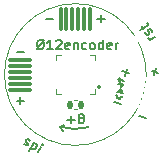
<source format=gto>
G04 #@! TF.GenerationSoftware,KiCad,Pcbnew,7.0.7*
G04 #@! TF.CreationDate,2024-01-02T23:41:36-05:00*
G04 #@! TF.ProjectId,O12encoder,4f313265-6e63-46f6-9465-722e6b696361,1*
G04 #@! TF.SameCoordinates,Original*
G04 #@! TF.FileFunction,Legend,Top*
G04 #@! TF.FilePolarity,Positive*
%FSLAX46Y46*%
G04 Gerber Fmt 4.6, Leading zero omitted, Abs format (unit mm)*
G04 Created by KiCad (PCBNEW 7.0.7) date 2024-01-02 23:41:36*
%MOMM*%
%LPD*%
G01*
G04 APERTURE LIST*
G04 Aperture macros list*
%AMRoundRect*
0 Rectangle with rounded corners*
0 $1 Rounding radius*
0 $2 $3 $4 $5 $6 $7 $8 $9 X,Y pos of 4 corners*
0 Add a 4 corners polygon primitive as box body*
4,1,4,$2,$3,$4,$5,$6,$7,$8,$9,$2,$3,0*
0 Add four circle primitives for the rounded corners*
1,1,$1+$1,$2,$3*
1,1,$1+$1,$4,$5*
1,1,$1+$1,$6,$7*
1,1,$1+$1,$8,$9*
0 Add four rect primitives between the rounded corners*
20,1,$1+$1,$2,$3,$4,$5,0*
20,1,$1+$1,$4,$5,$6,$7,0*
20,1,$1+$1,$6,$7,$8,$9,0*
20,1,$1+$1,$8,$9,$2,$3,0*%
G04 Aperture macros list end*
%ADD10C,0.150000*%
%ADD11C,0.100000*%
%ADD12C,0.120000*%
%ADD13C,0.200000*%
%ADD14RoundRect,0.150000X-0.594615X-0.170096X-0.444615X-0.429904X0.594615X0.170096X0.444615X0.429904X0*%
%ADD15RoundRect,0.140000X-0.140000X-0.170000X0.140000X-0.170000X0.140000X0.170000X-0.140000X0.170000X0*%
%ADD16RoundRect,0.075000X0.912893X-0.166963X-0.874070X0.311852X-0.912893X0.166963X0.874070X-0.311852X0*%
%ADD17RoundRect,0.075000X0.075000X-0.925000X0.075000X0.925000X-0.075000X0.925000X-0.075000X-0.925000X0*%
%ADD18R,0.711200X0.254000*%
%ADD19R,0.254000X0.711200*%
%ADD20R,1.701800X1.701800*%
%ADD21RoundRect,0.075000X-0.925000X-0.075000X0.925000X-0.075000X0.925000X0.075000X-0.925000X0.075000X0*%
G04 APERTURE END LIST*
D10*
X53746733Y-52073712D02*
X53895961Y-51854880D01*
X53698677Y-51485721D02*
X53763377Y-51244239D01*
X54051856Y-50926967D02*
X53945790Y-50743257D01*
X53891857Y-51537485D02*
X54060896Y-51582779D01*
X53517329Y-52012243D02*
X53746733Y-52073712D01*
X53914211Y-51856744D02*
X53986653Y-51876151D01*
X53553782Y-51446900D02*
X53698677Y-51485721D01*
X54051856Y-50926967D02*
X53868145Y-51033035D01*
X54121481Y-50544705D02*
X53638519Y-50415295D01*
X53638519Y-50415295D02*
X53822229Y-50309230D01*
X48683111Y-54414657D02*
X49036889Y-54245342D01*
X53437145Y-51731937D02*
X53509587Y-51751348D01*
X53568891Y-50797559D02*
X54051856Y-50926967D01*
X53509587Y-51751348D02*
X53517329Y-52012243D01*
X48683111Y-54414657D02*
X48916794Y-54753355D01*
X53763377Y-51244239D02*
X53956564Y-51296002D01*
X53956564Y-51296002D02*
X53891857Y-51537485D01*
X53638519Y-50415295D02*
X53744583Y-50599009D01*
D11*
X56000000Y-50000000D02*
G75*
G03*
X56000000Y-50000000I-6000000J0D01*
G01*
D10*
X48683118Y-54414635D02*
G75*
G03*
X51107338Y-54459220I1289582J4190135D01*
G01*
X47352493Y-47064295D02*
X46742969Y-47864295D01*
X46971541Y-47864295D02*
X46895350Y-47826200D01*
X46895350Y-47826200D02*
X46819160Y-47750009D01*
X46819160Y-47750009D02*
X46781064Y-47597628D01*
X46781064Y-47597628D02*
X46781064Y-47330961D01*
X46781064Y-47330961D02*
X46819160Y-47178580D01*
X46819160Y-47178580D02*
X46895350Y-47102390D01*
X46895350Y-47102390D02*
X46971541Y-47064295D01*
X46971541Y-47064295D02*
X47123922Y-47064295D01*
X47123922Y-47064295D02*
X47200112Y-47102390D01*
X47200112Y-47102390D02*
X47276303Y-47178580D01*
X47276303Y-47178580D02*
X47314398Y-47330961D01*
X47314398Y-47330961D02*
X47314398Y-47597628D01*
X47314398Y-47597628D02*
X47276303Y-47750009D01*
X47276303Y-47750009D02*
X47200112Y-47826200D01*
X47200112Y-47826200D02*
X47123922Y-47864295D01*
X47123922Y-47864295D02*
X46971541Y-47864295D01*
X48076302Y-47864295D02*
X47619159Y-47864295D01*
X47847731Y-47864295D02*
X47847731Y-47064295D01*
X47847731Y-47064295D02*
X47771540Y-47178580D01*
X47771540Y-47178580D02*
X47695350Y-47254771D01*
X47695350Y-47254771D02*
X47619159Y-47292866D01*
X48381064Y-47140485D02*
X48419160Y-47102390D01*
X48419160Y-47102390D02*
X48495350Y-47064295D01*
X48495350Y-47064295D02*
X48685826Y-47064295D01*
X48685826Y-47064295D02*
X48762017Y-47102390D01*
X48762017Y-47102390D02*
X48800112Y-47140485D01*
X48800112Y-47140485D02*
X48838207Y-47216676D01*
X48838207Y-47216676D02*
X48838207Y-47292866D01*
X48838207Y-47292866D02*
X48800112Y-47407152D01*
X48800112Y-47407152D02*
X48342969Y-47864295D01*
X48342969Y-47864295D02*
X48838207Y-47864295D01*
X49485827Y-47826200D02*
X49409636Y-47864295D01*
X49409636Y-47864295D02*
X49257255Y-47864295D01*
X49257255Y-47864295D02*
X49181065Y-47826200D01*
X49181065Y-47826200D02*
X49142969Y-47750009D01*
X49142969Y-47750009D02*
X49142969Y-47445247D01*
X49142969Y-47445247D02*
X49181065Y-47369057D01*
X49181065Y-47369057D02*
X49257255Y-47330961D01*
X49257255Y-47330961D02*
X49409636Y-47330961D01*
X49409636Y-47330961D02*
X49485827Y-47369057D01*
X49485827Y-47369057D02*
X49523922Y-47445247D01*
X49523922Y-47445247D02*
X49523922Y-47521438D01*
X49523922Y-47521438D02*
X49142969Y-47597628D01*
X49866779Y-47330961D02*
X49866779Y-47864295D01*
X49866779Y-47407152D02*
X49904874Y-47369057D01*
X49904874Y-47369057D02*
X49981064Y-47330961D01*
X49981064Y-47330961D02*
X50095350Y-47330961D01*
X50095350Y-47330961D02*
X50171541Y-47369057D01*
X50171541Y-47369057D02*
X50209636Y-47445247D01*
X50209636Y-47445247D02*
X50209636Y-47864295D01*
X50933446Y-47826200D02*
X50857255Y-47864295D01*
X50857255Y-47864295D02*
X50704874Y-47864295D01*
X50704874Y-47864295D02*
X50628684Y-47826200D01*
X50628684Y-47826200D02*
X50590589Y-47788104D01*
X50590589Y-47788104D02*
X50552493Y-47711914D01*
X50552493Y-47711914D02*
X50552493Y-47483342D01*
X50552493Y-47483342D02*
X50590589Y-47407152D01*
X50590589Y-47407152D02*
X50628684Y-47369057D01*
X50628684Y-47369057D02*
X50704874Y-47330961D01*
X50704874Y-47330961D02*
X50857255Y-47330961D01*
X50857255Y-47330961D02*
X50933446Y-47369057D01*
X51390588Y-47864295D02*
X51314398Y-47826200D01*
X51314398Y-47826200D02*
X51276303Y-47788104D01*
X51276303Y-47788104D02*
X51238207Y-47711914D01*
X51238207Y-47711914D02*
X51238207Y-47483342D01*
X51238207Y-47483342D02*
X51276303Y-47407152D01*
X51276303Y-47407152D02*
X51314398Y-47369057D01*
X51314398Y-47369057D02*
X51390588Y-47330961D01*
X51390588Y-47330961D02*
X51504874Y-47330961D01*
X51504874Y-47330961D02*
X51581065Y-47369057D01*
X51581065Y-47369057D02*
X51619160Y-47407152D01*
X51619160Y-47407152D02*
X51657255Y-47483342D01*
X51657255Y-47483342D02*
X51657255Y-47711914D01*
X51657255Y-47711914D02*
X51619160Y-47788104D01*
X51619160Y-47788104D02*
X51581065Y-47826200D01*
X51581065Y-47826200D02*
X51504874Y-47864295D01*
X51504874Y-47864295D02*
X51390588Y-47864295D01*
X52342970Y-47864295D02*
X52342970Y-47064295D01*
X52342970Y-47826200D02*
X52266779Y-47864295D01*
X52266779Y-47864295D02*
X52114398Y-47864295D01*
X52114398Y-47864295D02*
X52038208Y-47826200D01*
X52038208Y-47826200D02*
X52000113Y-47788104D01*
X52000113Y-47788104D02*
X51962017Y-47711914D01*
X51962017Y-47711914D02*
X51962017Y-47483342D01*
X51962017Y-47483342D02*
X52000113Y-47407152D01*
X52000113Y-47407152D02*
X52038208Y-47369057D01*
X52038208Y-47369057D02*
X52114398Y-47330961D01*
X52114398Y-47330961D02*
X52266779Y-47330961D01*
X52266779Y-47330961D02*
X52342970Y-47369057D01*
X53028685Y-47826200D02*
X52952494Y-47864295D01*
X52952494Y-47864295D02*
X52800113Y-47864295D01*
X52800113Y-47864295D02*
X52723923Y-47826200D01*
X52723923Y-47826200D02*
X52685827Y-47750009D01*
X52685827Y-47750009D02*
X52685827Y-47445247D01*
X52685827Y-47445247D02*
X52723923Y-47369057D01*
X52723923Y-47369057D02*
X52800113Y-47330961D01*
X52800113Y-47330961D02*
X52952494Y-47330961D01*
X52952494Y-47330961D02*
X53028685Y-47369057D01*
X53028685Y-47369057D02*
X53066780Y-47445247D01*
X53066780Y-47445247D02*
X53066780Y-47521438D01*
X53066780Y-47521438D02*
X52685827Y-47597628D01*
X53409637Y-47864295D02*
X53409637Y-47330961D01*
X53409637Y-47483342D02*
X53447732Y-47407152D01*
X53447732Y-47407152D02*
X53485827Y-47369057D01*
X53485827Y-47369057D02*
X53562018Y-47330961D01*
X53562018Y-47330961D02*
X53638208Y-47330961D01*
X49326049Y-53834875D02*
X49935573Y-53834875D01*
X49630811Y-54139637D02*
X49630811Y-53530113D01*
X50278429Y-53720589D02*
X50697477Y-53720589D01*
X50430810Y-53339637D02*
X50545096Y-53339637D01*
X50545096Y-53339637D02*
X50621287Y-53377732D01*
X50621287Y-53377732D02*
X50659382Y-53415827D01*
X50659382Y-53415827D02*
X50697477Y-53530113D01*
X50697477Y-53530113D02*
X50697477Y-53949161D01*
X50697477Y-53949161D02*
X50659382Y-54063446D01*
X50659382Y-54063446D02*
X50621287Y-54101542D01*
X50621287Y-54101542D02*
X50545096Y-54139637D01*
X50545096Y-54139637D02*
X50430810Y-54139637D01*
X50430810Y-54139637D02*
X50354620Y-54101542D01*
X50354620Y-54101542D02*
X50316525Y-54063446D01*
X50316525Y-54063446D02*
X50278429Y-53949161D01*
X50278429Y-53949161D02*
X50278429Y-53530113D01*
X50278429Y-53530113D02*
X50316525Y-53415827D01*
X50316525Y-53415827D02*
X50354620Y-53377732D01*
X50354620Y-53377732D02*
X50430810Y-53339637D01*
X45629328Y-55850998D02*
X45676263Y-55922084D01*
X45676263Y-55922084D02*
X45808229Y-55998275D01*
X45808229Y-55998275D02*
X45893260Y-56003378D01*
X45893260Y-56003378D02*
X45964346Y-55956443D01*
X45964346Y-55956443D02*
X45983394Y-55923452D01*
X45983394Y-55923452D02*
X45988498Y-55838421D01*
X45988498Y-55838421D02*
X45941563Y-55767335D01*
X45941563Y-55767335D02*
X45842588Y-55710192D01*
X45842588Y-55710192D02*
X45795653Y-55639105D01*
X45795653Y-55639105D02*
X45800757Y-55554075D01*
X45800757Y-55554075D02*
X45819804Y-55521083D01*
X45819804Y-55521083D02*
X45890891Y-55474148D01*
X45890891Y-55474148D02*
X45975922Y-55479252D01*
X45975922Y-55479252D02*
X46074896Y-55536394D01*
X46074896Y-55536394D02*
X46121831Y-55607481D01*
X46470793Y-55764966D02*
X46070793Y-56457786D01*
X46451746Y-55797957D02*
X46536776Y-55803061D01*
X46536776Y-55803061D02*
X46668742Y-55879252D01*
X46668742Y-55879252D02*
X46715677Y-55950338D01*
X46715677Y-55950338D02*
X46729621Y-56002377D01*
X46729621Y-56002377D02*
X46724517Y-56087408D01*
X46724517Y-56087408D02*
X46610231Y-56285357D01*
X46610231Y-56285357D02*
X46539145Y-56332292D01*
X46539145Y-56332292D02*
X46487106Y-56346236D01*
X46487106Y-56346236D02*
X46402075Y-56341132D01*
X46402075Y-56341132D02*
X46270109Y-56264941D01*
X46270109Y-56264941D02*
X46223174Y-56193855D01*
X46830964Y-56588751D02*
X47097631Y-56126871D01*
X47230964Y-55895931D02*
X47178925Y-55909875D01*
X47178925Y-55909875D02*
X47192869Y-55961914D01*
X47192869Y-55961914D02*
X47244908Y-55947970D01*
X47244908Y-55947970D02*
X47230964Y-55895931D01*
X47230964Y-55895931D02*
X47192869Y-55961914D01*
X45025238Y-48067533D02*
X45634762Y-48067533D01*
X55370731Y-53506694D02*
X55959486Y-53664451D01*
X54569268Y-49883305D02*
X53980513Y-49725548D01*
X54353768Y-49510049D02*
X54196012Y-50098804D01*
X47495238Y-45297533D02*
X48104762Y-45297533D01*
X45035238Y-52217533D02*
X45644762Y-52217533D01*
X45340000Y-52522295D02*
X45340000Y-51912771D01*
X56450731Y-49696694D02*
X57039486Y-49854451D01*
X56666231Y-50069950D02*
X56823987Y-49481195D01*
X53843479Y-52490049D02*
X53254724Y-52332292D01*
X51865238Y-45287533D02*
X52474762Y-45287533D01*
X52170000Y-45592295D02*
X52170000Y-44982771D01*
X56743876Y-46802432D02*
X56281996Y-47069098D01*
X56413962Y-46992908D02*
X56328931Y-46998012D01*
X56328931Y-46998012D02*
X56276892Y-46984068D01*
X56276892Y-46984068D02*
X56205806Y-46937133D01*
X56205806Y-46937133D02*
X56167710Y-46871150D01*
X56482314Y-46425582D02*
X56477210Y-46340552D01*
X56477210Y-46340552D02*
X56401019Y-46208586D01*
X56401019Y-46208586D02*
X56329933Y-46161651D01*
X56329933Y-46161651D02*
X56244902Y-46166754D01*
X56244902Y-46166754D02*
X56211911Y-46185802D01*
X56211911Y-46185802D02*
X56164975Y-46256889D01*
X56164975Y-46256889D02*
X56170079Y-46341919D01*
X56170079Y-46341919D02*
X56227222Y-46440894D01*
X56227222Y-46440894D02*
X56232326Y-46525924D01*
X56232326Y-46525924D02*
X56185391Y-46597011D01*
X56185391Y-46597011D02*
X56152399Y-46616058D01*
X56152399Y-46616058D02*
X56067369Y-46621162D01*
X56067369Y-46621162D02*
X55996282Y-46574227D01*
X55996282Y-46574227D02*
X55939139Y-46475253D01*
X55939139Y-46475253D02*
X55934035Y-46390222D01*
X55767711Y-46178330D02*
X55615330Y-45914398D01*
X55479628Y-46212689D02*
X56073474Y-45869831D01*
X56073474Y-45869831D02*
X56120409Y-45798745D01*
X56120409Y-45798745D02*
X56115305Y-45713714D01*
X56115305Y-45713714D02*
X56077210Y-45647731D01*
D12*
X49892164Y-52190000D02*
X50107836Y-52190000D01*
X49892164Y-52910000D02*
X50107836Y-52910000D01*
X51676400Y-51676400D02*
X51676400Y-51209741D01*
X51676400Y-48790259D02*
X51676400Y-48323600D01*
X51676400Y-48323600D02*
X51209741Y-48323600D01*
X51209741Y-51676400D02*
X51676400Y-51676400D01*
X48790259Y-48323600D02*
X48323600Y-48323600D01*
X48323600Y-51676400D02*
X48790259Y-51676400D01*
X48323600Y-51209741D02*
X48323600Y-51676400D01*
X48323600Y-48323600D02*
X48323600Y-48790259D01*
D13*
X52100000Y-51050000D02*
G75*
G03*
X52100000Y-51050000I-100000J0D01*
G01*
%LPC*%
D14*
X55050000Y-47070000D03*
D15*
X49520000Y-52550000D03*
X50480000Y-52550000D03*
D16*
X55111771Y-52698888D03*
X55241181Y-52215925D03*
X55370590Y-51732962D03*
X55500000Y-51249999D03*
X55629409Y-50767036D03*
X55758819Y-50284073D03*
D17*
X48750000Y-45300000D03*
X49250000Y-45300000D03*
X49750000Y-45300000D03*
X50250000Y-45300000D03*
X50750000Y-45300000D03*
X51250000Y-45300000D03*
D18*
X51450000Y-50750001D03*
X51450000Y-50250000D03*
X51450000Y-49750000D03*
X51450000Y-49249999D03*
D19*
X50750001Y-48550000D03*
X50250000Y-48550000D03*
X49750000Y-48550000D03*
X49249999Y-48550000D03*
D18*
X48550000Y-49249999D03*
X48550000Y-49750000D03*
X48550000Y-50250000D03*
X48550000Y-50750001D03*
D19*
X49249999Y-51450000D03*
X49750000Y-51450000D03*
X50250000Y-51450000D03*
X50750001Y-51450000D03*
D20*
X50000000Y-50000000D03*
D21*
X45300000Y-48800000D03*
X45300000Y-49300000D03*
X45300000Y-49800000D03*
X45300000Y-50300000D03*
X45300000Y-50800000D03*
X45300000Y-51300000D03*
%LPD*%
M02*

</source>
